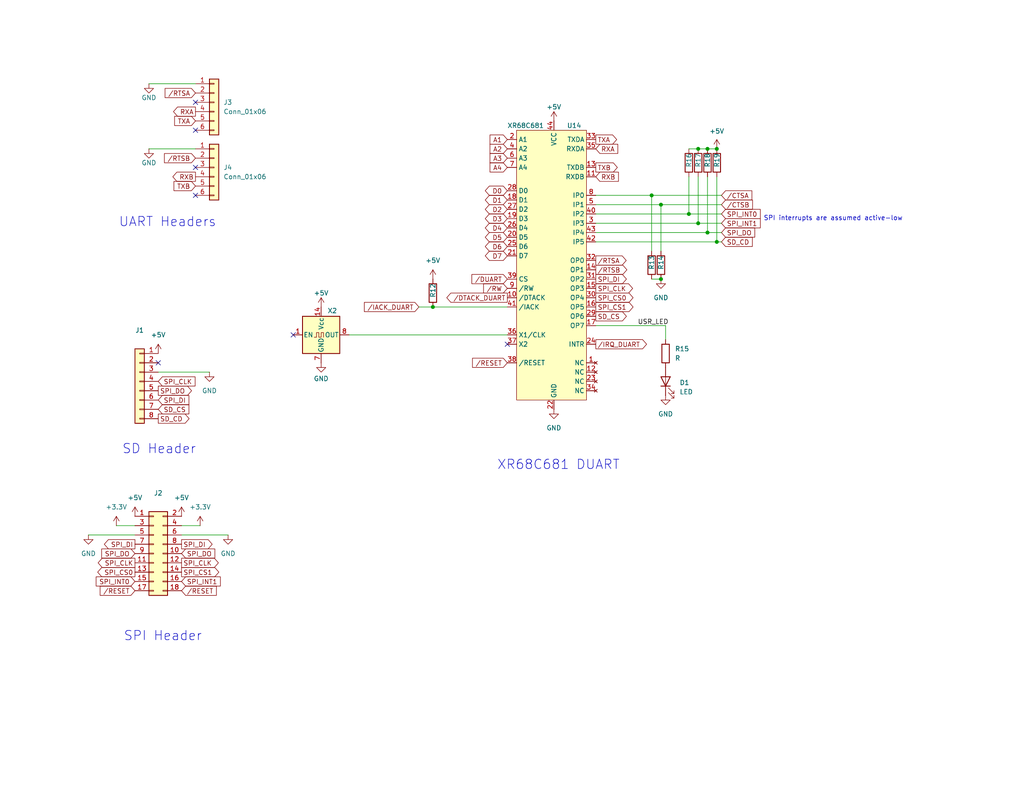
<source format=kicad_sch>
(kicad_sch (version 20231120) (generator "eeschema") (generator_version "8.0")
  (paper "A")
  (title_block (title "Mackerel-08 SBC v1") (date "2024-08-22") (rev "1.1") (company "Colin Maykish") (comment 1 "github.com/crmaykish/mackerel-68k"))
  (lib_symbols
    (symbol "Connector_Generic:Conn_01x06" (pin_names (offset 1.016) hide)
      (property "Reference" "J" (at 0 7.62 0))
      (property "Value" "Conn_01x06" (at 0 -10.16 0))
      (symbol "Conn_01x06_1_1"
        (rectangle (start -1.27 -7.493) (end 0 -7.747) (stroke (width 0.1524)))
        (rectangle (start -1.27 -4.953) (end 0 -5.207) (stroke (width 0.1524)))
        (rectangle (start -1.27 -2.413) (end 0 -2.667) (stroke (width 0.1524)))
        (rectangle (start -1.27 0.127) (end 0 -0.127) (stroke (width 0.1524)))
        (rectangle (start -1.27 2.667) (end 0 2.413) (stroke (width 0.1524)))
        (rectangle (start -1.27 5.207) (end 0 4.953) (stroke (width 0.1524)))
        (rectangle (start -1.27 6.35) (end 1.27 -8.89) (stroke (width 0.254)) (fill (type background)))
        (pin passive line (at -5.08 5.08 0) (length 3.81) (name "Pin_1") (number "1"))
        (pin passive line (at -5.08 2.54 0) (length 3.81) (name "Pin_2") (number "2"))
        (pin passive line (at -5.08 0 0) (length 3.81) (name "Pin_3") (number "3"))
        (pin passive line (at -5.08 -2.54 0) (length 3.81) (name "Pin_4") (number "4"))
        (pin passive line (at -5.08 -5.08 0) (length 3.81) (name "Pin_5") (number "5"))
        (pin passive line (at -5.08 -7.62 0) (length 3.81) (name "Pin_6") (number "6"))
      )
    )
    (symbol "Connector_Generic:Conn_01x08" (pin_names (offset 1.016) hide)
      (property "Reference" "J" (at 0 10.16 0))
      (property "Value" "Conn_01x08" (at 0 -12.7 0))
      (symbol "Conn_01x08_1_1"
        (rectangle (start -1.27 -10.033) (end 0 -10.287) (stroke (width 0.1524)))
        (rectangle (start -1.27 -7.493) (end 0 -7.747) (stroke (width 0.1524)))
        (rectangle (start -1.27 -4.953) (end 0 -5.207) (stroke (width 0.1524)))
        (rectangle (start -1.27 -2.413) (end 0 -2.667) (stroke (width 0.1524)))
        (rectangle (start -1.27 0.127) (end 0 -0.127) (stroke (width 0.1524)))
        (rectangle (start -1.27 2.667) (end 0 2.413) (stroke (width 0.1524)))
        (rectangle (start -1.27 5.207) (end 0 4.953) (stroke (width 0.1524)))
        (rectangle (start -1.27 7.747) (end 0 7.493) (stroke (width 0.1524)))
        (rectangle (start -1.27 8.89) (end 1.27 -11.43) (stroke (width 0.254)) (fill (type background)))
        (pin passive line (at -5.08 7.62 0) (length 3.81) (name "Pin_1") (number "1"))
        (pin passive line (at -5.08 5.08 0) (length 3.81) (name "Pin_2") (number "2"))
        (pin passive line (at -5.08 2.54 0) (length 3.81) (name "Pin_3") (number "3"))
        (pin passive line (at -5.08 0 0) (length 3.81) (name "Pin_4") (number "4"))
        (pin passive line (at -5.08 -2.54 0) (length 3.81) (name "Pin_5") (number "5"))
        (pin passive line (at -5.08 -5.08 0) (length 3.81) (name "Pin_6") (number "6"))
        (pin passive line (at -5.08 -7.62 0) (length 3.81) (name "Pin_7") (number "7"))
        (pin passive line (at -5.08 -10.16 0) (length 3.81) (name "Pin_8") (number "8"))
      )
    )
    (symbol "Connector_Generic:Conn_02x09_Odd_Even" (pin_names (offset 1.016) hide)
      (property "Reference" "J" (at 1.27 12.7 0))
      (property "Value" "Conn_02x09_Odd_Even" (at 1.27 -12.7 0))
      (symbol "Conn_02x09_Odd_Even_1_1"
        (rectangle (start -1.27 -10.033) (end 0 -10.287) (stroke (width 0.1524)))
        (rectangle (start -1.27 -7.493) (end 0 -7.747) (stroke (width 0.1524)))
        (rectangle (start -1.27 -4.953) (end 0 -5.207) (stroke (width 0.1524)))
        (rectangle (start -1.27 -2.413) (end 0 -2.667) (stroke (width 0.1524)))
        (rectangle (start -1.27 0.127) (end 0 -0.127) (stroke (width 0.1524)))
        (rectangle (start -1.27 2.667) (end 0 2.413) (stroke (width 0.1524)))
        (rectangle (start -1.27 5.207) (end 0 4.953) (stroke (width 0.1524)))
        (rectangle (start -1.27 7.747) (end 0 7.493) (stroke (width 0.1524)))
        (rectangle (start -1.27 10.287) (end 0 10.033) (stroke (width 0.1524)))
        (rectangle (start -1.27 11.43) (end 3.81 -11.43) (stroke (width 0.254)) (fill (type background)))
        (rectangle (start 3.81 -10.033) (end 2.54 -10.287) (stroke (width 0.1524)))
        (rectangle (start 3.81 -7.493) (end 2.54 -7.747) (stroke (width 0.1524)))
        (rectangle (start 3.81 -4.953) (end 2.54 -5.207) (stroke (width 0.1524)))
        (rectangle (start 3.81 -2.413) (end 2.54 -2.667) (stroke (width 0.1524)))
        (rectangle (start 3.81 0.127) (end 2.54 -0.127) (stroke (width 0.1524)))
        (rectangle (start 3.81 2.667) (end 2.54 2.413) (stroke (width 0.1524)))
        (rectangle (start 3.81 5.207) (end 2.54 4.953) (stroke (width 0.1524)))
        (rectangle (start 3.81 7.747) (end 2.54 7.493) (stroke (width 0.1524)))
        (rectangle (start 3.81 10.287) (end 2.54 10.033) (stroke (width 0.1524)))
        (pin passive line (at -5.08 10.16 0) (length 3.81) (name "Pin_1") (number "1"))
        (pin passive line (at 7.62 0 180) (length 3.81) (name "Pin_10") (number "10"))
        (pin passive line (at -5.08 -2.54 0) (length 3.81) (name "Pin_11") (number "11"))
        (pin passive line (at 7.62 -2.54 180) (length 3.81) (name "Pin_12") (number "12"))
        (pin passive line (at -5.08 -5.08 0) (length 3.81) (name "Pin_13") (number "13"))
        (pin passive line (at 7.62 -5.08 180) (length 3.81) (name "Pin_14") (number "14"))
        (pin passive line (at -5.08 -7.62 0) (length 3.81) (name "Pin_15") (number "15"))
        (pin passive line (at 7.62 -7.62 180) (length 3.81) (name "Pin_16") (number "16"))
        (pin passive line (at -5.08 -10.16 0) (length 3.81) (name "Pin_17") (number "17"))
        (pin passive line (at 7.62 -10.16 180) (length 3.81) (name "Pin_18") (number "18"))
        (pin passive line (at 7.62 10.16 180) (length 3.81) (name "Pin_2") (number "2"))
        (pin passive line (at -5.08 7.62 0) (length 3.81) (name "Pin_3") (number "3"))
        (pin passive line (at 7.62 7.62 180) (length 3.81) (name "Pin_4") (number "4"))
        (pin passive line (at -5.08 5.08 0) (length 3.81) (name "Pin_5") (number "5"))
        (pin passive line (at 7.62 5.08 180) (length 3.81) (name "Pin_6") (number "6"))
        (pin passive line (at -5.08 2.54 0) (length 3.81) (name "Pin_7") (number "7"))
        (pin passive line (at 7.62 2.54 180) (length 3.81) (name "Pin_8") (number "8"))
        (pin passive line (at -5.08 0 0) (length 3.81) (name "Pin_9") (number "9"))
      )
    )
    (symbol "Device:LED" (pin_numbers hide) (pin_names (offset 1.016) hide)
      (property "Reference" "D" (at 0 2.54 0))
      (property "Value" "LED" (at 0 -2.54 0))
      (symbol "LED_0_1"
        (polyline (pts (xy -1.27 -1.27) (xy -1.27 1.27)) (stroke (width 0.254)))
        (polyline (pts (xy -1.27 0) (xy 1.27 0)))
        (polyline (pts (xy 1.27 -1.27) (xy 1.27 1.27) (xy -1.27 0) (xy 1.27 -1.27)) (stroke (width 0.254)))
        (polyline (pts (xy -3.048 -0.762) (xy -4.572 -2.286) (xy -3.81 -2.286) (xy -4.572 -2.286) (xy -4.572 -1.524)))
        (polyline (pts (xy -1.778 -0.762) (xy -3.302 -2.286) (xy -2.54 -2.286) (xy -3.302 -2.286) (xy -3.302 -1.524)))
      )
      (symbol "LED_1_1"
        (pin passive line (at -3.81 0 0) (length 2.54) (name "K") (number "1"))
        (pin passive line (at 3.81 0 180) (length 2.54) (name "A") (number "2"))
      )
    )
    (symbol "Device:R" (pin_numbers hide) (pin_names (offset 0))
      (property "Reference" "R" (at 2.032 0 90))
      (property "Value" "R" (at 0 0 90))
      (symbol "R_0_1"
        (rectangle (start -1.016 -2.54) (end 1.016 2.54) (stroke (width 0.254)))
      )
      (symbol "R_1_1"
        (pin passive line (at 0 3.81 270) (length 1.27) (name "~") (number "1"))
        (pin passive line (at 0 -3.81 90) (length 1.27) (name "~") (number "2"))
      )
    )
    (symbol "Oscillator:CXO_DIP14" (pin_names (offset 0.254))
      (property "Reference" "X" (at -5.08 6.35 0))
      (property "Value" "CXO_DIP14" (at 1.27 -6.35 0))
      (symbol "CXO_DIP14_0_1"
        (rectangle (start -5.08 5.08) (end 5.08 -5.08) (stroke (width 0.254)) (fill (type background)))
        (polyline (pts (xy -1.905 -0.635) (xy -1.27 -0.635) (xy -1.27 0.635) (xy -0.635 0.635) (xy -0.635 -0.635) (xy 0 -0.635) (xy 0 0.635) (xy 0.635 0.635) (xy 0.635 -0.635)))
      )
      (symbol "CXO_DIP14_1_1"
        (pin input line (at -7.62 0 0) (length 2.54) (name "EN") (number "1"))
        (pin power_in line (at 0 7.62 270) (length 2.54) (name "Vcc") (number "14"))
        (pin power_in line (at 0 -7.62 90) (length 2.54) (name "GND") (number "7"))
        (pin output line (at 7.62 0 180) (length 2.54) (name "OUT") (number "8"))
      )
    )
    (symbol "mackerel-68k-symbols:XR68C681"
      (property "Reference" "U" (at 6.35 33.02 0))
      (property "Value" "XR68C681" (at 0 0 0))
      (symbol "XR68C681_0_1"
        (rectangle (start -10.16 31.75) (end 8.89 -41.91) (fill (type background)))
      )
      (symbol "XR68C681_1_1"
        (pin no_connect line (at 11.43 -31.75 180) (length 2.54) (name "NC") (number "1"))
        (pin output line (at -12.7 -13.97 0) (length 2.54) (name "/DTACK") (number "10"))
        (pin output line (at 11.43 19.05 180) (length 2.54) (name "RXDB") (number "11"))
        (pin no_connect line (at 11.43 -34.29 180) (length 2.54) (name "NC") (number "12"))
        (pin input line (at 11.43 21.59 180) (length 2.54) (name "TXDB") (number "13"))
        (pin output line (at 11.43 -6.35 180) (length 2.54) (name "OP1") (number "14"))
        (pin output line (at 11.43 -11.43 180) (length 2.54) (name "OP3") (number "15"))
        (pin output line (at 11.43 -16.51 180) (length 2.54) (name "OP5") (number "16"))
        (pin output line (at 11.43 -21.59 180) (length 2.54) (name "OP7") (number "17"))
        (pin bidirectional line (at -12.7 12.7 0) (length 2.54) (name "D1") (number "18"))
        (pin bidirectional line (at -12.7 7.62 0) (length 2.54) (name "D3") (number "19"))
        (pin input line (at -12.7 29.21 0) (length 2.54) (name "A1") (number "2"))
        (pin bidirectional line (at -12.7 2.54 0) (length 2.54) (name "D5") (number "20"))
        (pin bidirectional line (at -12.7 -2.54 0) (length 2.54) (name "D7") (number "21"))
        (pin power_in line (at 0 -44.45 90) (length 2.54) (name "GND") (number "22"))
        (pin no_connect line (at 11.43 -36.83 180) (length 2.54) (name "NC") (number "23"))
        (pin output line (at 11.43 -26.67 180) (length 2.54) (name "INTR") (number "24"))
        (pin bidirectional line (at -12.7 0 0) (length 2.54) (name "D6") (number "25"))
        (pin bidirectional line (at -12.7 5.08 0) (length 2.54) (name "D4") (number "26"))
        (pin bidirectional line (at -12.7 10.16 0) (length 2.54) (name "D2") (number "27"))
        (pin bidirectional line (at -12.7 15.24 0) (length 2.54) (name "D0") (number "28"))
        (pin output line (at 11.43 -19.05 180) (length 2.54) (name "OP6") (number "29"))
        (pin input line (at 11.43 6.35 180) (length 2.54) (name "IP3") (number "3"))
        (pin output line (at 11.43 -13.97 180) (length 2.54) (name "OP4") (number "30"))
        (pin output line (at 11.43 -8.89 180) (length 2.54) (name "OP2") (number "31"))
        (pin output line (at 11.43 -3.81 180) (length 2.54) (name "OP0") (number "32"))
        (pin input line (at 11.43 29.21 180) (length 2.54) (name "TXDA") (number "33"))
        (pin no_connect line (at 11.43 -39.37 180) (length 2.54) (name "NC") (number "34"))
        (pin output line (at 11.43 26.67 180) (length 2.54) (name "RXDA") (number "35"))
        (pin input line (at -12.7 -24.13 0) (length 2.54) (name "X1/CLK") (number "36"))
        (pin input line (at -12.7 -26.67 0) (length 2.54) (name "X2") (number "37"))
        (pin input line (at -12.7 -31.75 0) (length 2.54) (name "/RESET") (number "38"))
        (pin input line (at -12.7 -8.89 0) (length 2.54) (name "CS") (number "39"))
        (pin input line (at -12.7 26.67 0) (length 2.54) (name "A2") (number "4"))
        (pin input line (at 11.43 8.89 180) (length 2.54) (name "IP2") (number "40"))
        (pin input line (at -12.7 -16.51 0) (length 2.54) (name "/IACK") (number "41"))
        (pin input line (at 11.43 1.27 180) (length 2.54) (name "IP5") (number "42"))
        (pin input line (at 11.43 3.81 180) (length 2.54) (name "IP4") (number "43"))
        (pin power_in line (at 0 34.29 270) (length 2.54) (name "VCC") (number "44"))
        (pin input line (at 11.43 11.43 180) (length 2.54) (name "IP1") (number "5"))
        (pin input line (at -12.7 24.13 0) (length 2.54) (name "A3") (number "6"))
        (pin input line (at -12.7 21.59 0) (length 2.54) (name "A4") (number "7"))
        (pin input line (at 11.43 13.97 180) (length 2.54) (name "IP0") (number "8"))
        (pin input line (at -12.7 -11.43 0) (length 2.54) (name "/RW") (number "9"))
      )
    )
    (symbol "power:+3.3V" (power) (pin_numbers hide) (pin_names (offset 0) hide)
      (property "Value" "+3.3V" (at 0 3.556 0))
      (symbol "+3.3V_0_1"
        (polyline (pts (xy -0.762 1.27) (xy 0 2.54)))
        (polyline (pts (xy 0 0) (xy 0 2.54)))
        (polyline (pts (xy 0 2.54) (xy 0.762 1.27)))
      )
      (symbol "+3.3V_1_1"
        (pin power_in line (at 0 0 90) (length 0) (name "~") (number "1"))
      )
    )
    (symbol "power:+5V" (power) (pin_numbers hide) (pin_names (offset 0) hide)
      (property "Value" "+5V" (at 0 3.556 0))
      (symbol "+5V_0_1"
        (polyline (pts (xy -0.762 1.27) (xy 0 2.54)))
        (polyline (pts (xy 0 0) (xy 0 2.54)))
        (polyline (pts (xy 0 2.54) (xy 0.762 1.27)))
      )
      (symbol "+5V_1_1"
        (pin power_in line (at 0 0 90) (length 0) (name "~") (number "1"))
      )
    )
    (symbol "power:GND" (power) (pin_numbers hide) (pin_names (offset 0) hide)
      (property "Value" "GND" (at 0 -3.81 0))
      (symbol "GND_0_1"
        (polyline (pts (xy 0 0) (xy 0 -1.27) (xy 1.27 -1.27) (xy 0 -2.54) (xy -1.27 -1.27) (xy 0 -1.27)))
      )
      (symbol "GND_1_1"
        (pin power_in line (at 0 0 270) (length 0) (name "~") (number "1"))
      )
    )
  )
  (junction (at 193.04 40.64))
  (junction (at 187.96 58.42))
  (junction (at 195.58 66.04))
  (junction (at 118.11 83.82))
  (junction (at 180.34 55.88))
  (junction (at 180.34 76.2))
  (junction (at 190.5 40.64))
  (junction (at 190.5 60.96))
  (junction (at 195.58 40.64))
  (junction (at 177.8 53.34))
  (junction (at 193.04 63.5))
  (no_connect (at 43.18 99.06))
  (no_connect (at 53.34 53.34))
  (no_connect (at 53.34 45.72))
  (no_connect (at 138.43 93.98))
  (no_connect (at 80.01 91.44))
  (no_connect (at 53.34 35.56))
  (no_connect (at 53.34 27.94))
  (wire (pts (xy 195.58 66.04) (xy 195.58 48.26)))
  (wire (pts (xy 49.53 146.05) (xy 62.23 146.05)))
  (wire (pts (xy 193.04 63.5) (xy 196.85 63.5)))
  (wire (pts (xy 195.58 40.64) (xy 193.04 40.64)))
  (wire (pts (xy 193.04 63.5) (xy 193.04 48.26)))
  (wire (pts (xy 196.85 58.42) (xy 187.96 58.42)))
  (wire (pts (xy 195.58 66.04) (xy 196.85 66.04)))
  (wire (pts (xy 95.25 91.44) (xy 138.43 91.44)))
  (wire (pts (xy 40.64 40.64) (xy 53.34 40.64)))
  (wire (pts (xy 54.61 143.51) (xy 49.53 143.51)))
  (wire (pts (xy 187.96 40.64) (xy 190.5 40.64)))
  (wire (pts (xy 190.5 60.96) (xy 162.56 60.96)))
  (wire (pts (xy 190.5 40.64) (xy 193.04 40.64)))
  (wire (pts (xy 181.61 88.9) (xy 181.61 92.71)))
  (wire (pts (xy 177.8 53.34) (xy 162.56 53.34)))
  (wire (pts (xy 24.13 146.05) (xy 36.83 146.05)))
  (wire (pts (xy 57.15 101.6) (xy 43.18 101.6)))
  (wire (pts (xy 190.5 48.26) (xy 190.5 60.96)))
  (wire (pts (xy 187.96 58.42) (xy 162.56 58.42)))
  (wire (pts (xy 40.64 22.86) (xy 53.34 22.86)))
  (wire (pts (xy 180.34 55.88) (xy 180.34 68.58)))
  (wire (pts (xy 177.8 76.2) (xy 180.34 76.2)))
  (wire (pts (xy 196.85 53.34) (xy 177.8 53.34)))
  (wire (pts (xy 162.56 66.04) (xy 195.58 66.04)))
  (wire (pts (xy 196.85 60.96) (xy 190.5 60.96)))
  (wire (pts (xy 114.3 83.82) (xy 118.11 83.82)))
  (wire (pts (xy 180.34 55.88) (xy 162.56 55.88)))
  (wire (pts (xy 162.56 88.9) (xy 181.61 88.9)))
  (wire (pts (xy 196.85 55.88) (xy 180.34 55.88)))
  (wire (pts (xy 187.96 48.26) (xy 187.96 58.42)))
  (wire (pts (xy 118.11 83.82) (xy 138.43 83.82)))
  (wire (pts (xy 177.8 53.34) (xy 177.8 68.58)))
  (wire (pts (xy 31.75 143.51) (xy 36.83 143.51)))
  (wire (pts (xy 162.56 63.5) (xy 193.04 63.5)))
  (text "SPI interrupts are assumed active-low" (at 227.33 59.69 0) (effects (font (size 1.27 1.27))))
  (text "XR68C681 DUART" (at 152.4 127 0) (effects (font (size 2.54 2.54))))
  (text "SPI Header" (at 44.45 173.736 0) (effects (font (size 2.54 2.54))))
  (text "UART Headers" (at 45.72 60.706 0) (effects (font (size 2.54 2.54))))
  (text "SD Header" (at 43.434 122.682 0) (effects (font (size 2.54 2.54))))
  (label "USR_LED" (at 173.99 88.9 0))
  (global_label "{slash}RTSA" (shape input) (at 53.34 25.4 180) (property "Intersheetrefs" "${INTERSHEET_REFS}" (effects (hide yes))))
  (global_label "D7" (shape bidirectional) (at 138.43 69.85 180) (property "Intersheetrefs" "${INTERSHEET_REFS}" (effects (hide yes))))
  (global_label "D6" (shape bidirectional) (at 138.43 67.31 180) (property "Intersheetrefs" "${INTERSHEET_REFS}" (effects (hide yes))))
  (global_label "RXB" (shape input) (at 162.56 48.26 0) (property "Intersheetrefs" "${INTERSHEET_REFS}" (effects (hide yes))))
  (global_label "SD_CD" (shape output) (at 43.18 114.3 0) (property "Intersheetrefs" "${INTERSHEET_REFS}" (effects (hide yes))))
  (global_label "SPI_CS0" (shape output) (at 36.83 156.21 180) (property "Intersheetrefs" "${INTERSHEET_REFS}" (effects (hide yes))))
  (global_label "D0" (shape bidirectional) (at 138.43 52.07 180) (property "Intersheetrefs" "${INTERSHEET_REFS}" (effects (hide yes))))
  (global_label "SPI_CS0" (shape output) (at 162.56 81.28 0) (property "Intersheetrefs" "${INTERSHEET_REFS}" (effects (hide yes))))
  (global_label "{slash}CTSA" (shape input) (at 196.85 53.34 0) (property "Intersheetrefs" "${INTERSHEET_REFS}" (effects (hide yes))))
  (global_label "{slash}IRQ_DUART" (shape output) (at 162.56 93.98 0) (property "Intersheetrefs" "${INTERSHEET_REFS}" (effects (hide yes))))
  (global_label "SD_CS" (shape input) (at 43.18 111.76 0) (property "Intersheetrefs" "${INTERSHEET_REFS}" (effects (hide yes))))
  (global_label "SPI_CLK" (shape output) (at 162.56 78.74 0) (property "Intersheetrefs" "${INTERSHEET_REFS}" (effects (hide yes))))
  (global_label "A2" (shape input) (at 138.43 40.64 180) (property "Intersheetrefs" "${INTERSHEET_REFS}" (effects (hide yes))))
  (global_label "{slash}RTSB" (shape output) (at 162.56 73.66 0) (property "Intersheetrefs" "${INTERSHEET_REFS}" (effects (hide yes))))
  (global_label "RXB" (shape output) (at 53.34 48.26 180) (property "Intersheetrefs" "${INTERSHEET_REFS}" (effects (hide yes))))
  (global_label "A4" (shape input) (at 138.43 45.72 180) (property "Intersheetrefs" "${INTERSHEET_REFS}" (effects (hide yes))))
  (global_label "{slash}DUART" (shape input) (at 138.43 76.2 180) (property "Intersheetrefs" "${INTERSHEET_REFS}" (effects (hide yes))))
  (global_label "{slash}RTSA" (shape output) (at 162.56 71.12 0) (property "Intersheetrefs" "${INTERSHEET_REFS}" (effects (hide yes))))
  (global_label "SPI_DO" (shape input) (at 196.85 63.5 0) (property "Intersheetrefs" "${INTERSHEET_REFS}" (effects (hide yes))))
  (global_label "TXB" (shape input) (at 53.34 50.8 180) (property "Intersheetrefs" "${INTERSHEET_REFS}" (effects (hide yes))))
  (global_label "SPI_INT1" (shape input) (at 196.85 60.96 0) (property "Intersheetrefs" "${INTERSHEET_REFS}" (effects (hide yes))))
  (global_label "SPI_CLK" (shape input) (at 43.18 104.14 0) (property "Intersheetrefs" "${INTERSHEET_REFS}" (effects (hide yes))))
  (global_label "{slash}DTACK_DUART" (shape output) (at 138.43 81.28 180) (property "Intersheetrefs" "${INTERSHEET_REFS}" (effects (hide yes))))
  (global_label "SPI_CLK" (shape output) (at 36.83 153.67 180) (property "Intersheetrefs" "${INTERSHEET_REFS}" (effects (hide yes))))
  (global_label "SPI_INT1" (shape input) (at 49.53 158.75 0) (property "Intersheetrefs" "${INTERSHEET_REFS}" (effects (hide yes))))
  (global_label "{slash}RESET" (shape input) (at 138.43 99.06 180) (property "Intersheetrefs" "${INTERSHEET_REFS}" (effects (hide yes))))
  (global_label "{slash}IACK_DUART" (shape input) (at 114.3 83.82 180) (property "Intersheetrefs" "${INTERSHEET_REFS}" (effects (hide yes))))
  (global_label "SPI_DI" (shape input) (at 43.18 109.22 0) (property "Intersheetrefs" "${INTERSHEET_REFS}" (effects (hide yes))))
  (global_label "SPI_CS1" (shape output) (at 49.53 156.21 0) (property "Intersheetrefs" "${INTERSHEET_REFS}" (effects (hide yes))))
  (global_label "SPI_INT0" (shape input) (at 196.85 58.42 0) (property "Intersheetrefs" "${INTERSHEET_REFS}" (effects (hide yes))))
  (global_label "D5" (shape bidirectional) (at 138.43 64.77 180) (property "Intersheetrefs" "${INTERSHEET_REFS}" (effects (hide yes))))
  (global_label "SD_CS" (shape output) (at 162.56 86.36 0) (property "Intersheetrefs" "${INTERSHEET_REFS}" (effects (hide yes))))
  (global_label "TXA" (shape input) (at 53.34 33.02 180) (property "Intersheetrefs" "${INTERSHEET_REFS}" (effects (hide yes))))
  (global_label "{slash}RW" (shape input) (at 138.43 78.74 180) (property "Intersheetrefs" "${INTERSHEET_REFS}" (effects (hide yes))))
  (global_label "SD_CD" (shape input) (at 196.85 66.04 0) (property "Intersheetrefs" "${INTERSHEET_REFS}" (effects (hide yes))))
  (global_label "SPI_DI" (shape output) (at 162.56 76.2 0) (property "Intersheetrefs" "${INTERSHEET_REFS}" (effects (hide yes))))
  (global_label "TXB" (shape output) (at 162.56 45.72 0) (property "Intersheetrefs" "${INTERSHEET_REFS}" (effects (hide yes))))
  (global_label "SPI_INT0" (shape input) (at 36.83 158.75 180) (property "Intersheetrefs" "${INTERSHEET_REFS}" (effects (hide yes))))
  (global_label "SPI_DI" (shape output) (at 36.83 148.59 180) (property "Intersheetrefs" "${INTERSHEET_REFS}" (effects (hide yes))))
  (global_label "{slash}RESET" (shape input) (at 49.53 161.29 0) (property "Intersheetrefs" "${INTERSHEET_REFS}" (effects (hide yes))))
  (global_label "SPI_DO" (shape input) (at 49.53 151.13 0) (property "Intersheetrefs" "${INTERSHEET_REFS}" (effects (hide yes))))
  (global_label "RXA" (shape input) (at 162.56 40.64 0) (property "Intersheetrefs" "${INTERSHEET_REFS}" (effects (hide yes))))
  (global_label "{slash}CTSB" (shape input) (at 196.85 55.88 0) (property "Intersheetrefs" "${INTERSHEET_REFS}" (effects (hide yes))))
  (global_label "{slash}RESET" (shape input) (at 36.83 161.29 180) (property "Intersheetrefs" "${INTERSHEET_REFS}" (effects (hide yes))))
  (global_label "D1" (shape bidirectional) (at 138.43 54.61 180) (property "Intersheetrefs" "${INTERSHEET_REFS}" (effects (hide yes))))
  (global_label "SPI_DO" (shape input) (at 36.83 151.13 180) (property "Intersheetrefs" "${INTERSHEET_REFS}" (effects (hide yes))))
  (global_label "A3" (shape input) (at 138.43 43.18 180) (property "Intersheetrefs" "${INTERSHEET_REFS}" (effects (hide yes))))
  (global_label "D3" (shape bidirectional) (at 138.43 59.69 180) (property "Intersheetrefs" "${INTERSHEET_REFS}" (effects (hide yes))))
  (global_label "A1" (shape input) (at 138.43 38.1 180) (property "Intersheetrefs" "${INTERSHEET_REFS}" (effects (hide yes))))
  (global_label "SPI_DO" (shape output) (at 43.18 106.68 0) (property "Intersheetrefs" "${INTERSHEET_REFS}" (effects (hide yes))))
  (global_label "SPI_CS1" (shape output) (at 162.56 83.82 0) (property "Intersheetrefs" "${INTERSHEET_REFS}" (effects (hide yes))))
  (global_label "RXA" (shape output) (at 53.34 30.48 180) (property "Intersheetrefs" "${INTERSHEET_REFS}" (effects (hide yes))))
  (global_label "TXA" (shape output) (at 162.56 38.1 0) (property "Intersheetrefs" "${INTERSHEET_REFS}" (effects (hide yes))))
  (global_label "SPI_DI" (shape output) (at 49.53 148.59 0) (property "Intersheetrefs" "${INTERSHEET_REFS}" (effects (hide yes))))
  (global_label "D4" (shape bidirectional) (at 138.43 62.23 180) (property "Intersheetrefs" "${INTERSHEET_REFS}" (effects (hide yes))))
  (global_label "{slash}RTSB" (shape input) (at 53.34 43.18 180) (property "Intersheetrefs" "${INTERSHEET_REFS}" (effects (hide yes))))
  (global_label "D2" (shape bidirectional) (at 138.43 57.15 180) (property "Intersheetrefs" "${INTERSHEET_REFS}" (effects (hide yes))))
  (global_label "SPI_CLK" (shape output) (at 49.53 153.67 0) (property "Intersheetrefs" "${INTERSHEET_REFS}" (effects (hide yes))))
  (symbol (lib_id "Device:R") (at 118.11 80.01 180) (unit 1)
    (property "Reference" "R12" (at 118.11 81.28 90) (effects (justify right)))
    (property "Value" "R" (effects (hide yes)))
    (property "Footprint" "Resistor_SMD:R_1206_3216Metric_Pad1.30x1.75mm_HandSolder" (effects (hide yes)))
    (property "Description" "Resistor" (effects (hide yes)))
  )
  (symbol (lib_id "power:+5V") (at 43.18 96.52 0) (unit 1)
    (property "Reference" "#PWR038" (effects (hide yes)))
    (property "Value" "+5V" (at 43.18 91.44 0))
    (property "Description" "Power symbol creates a global label with name \"+5V\"" (effects (hide yes)))
  )
  (symbol (lib_id "power:GND") (at 151.13 111.76 0) (unit 1)
    (property "Reference" "#PWR046" (effects (hide yes)))
    (property "Value" "GND" (at 151.13 116.84 0))
    (property "Description" "Power symbol creates a global label with name \"GND\" , ground" (effects (hide yes)))
  )
  (symbol (lib_id "power:GND") (at 180.34 76.2 0) (unit 1)
    (property "Reference" "#PWR047" (effects (hide yes)))
    (property "Value" "GND" (at 180.34 81.28 0))
    (property "Description" "Power symbol creates a global label with name \"GND\" , ground" (effects (hide yes)))
  )
  (symbol (lib_id "mackerel-68k-symbols:XR68C681") (at 151.13 67.31 0) (unit 1)
    (property "Reference" "U14" (at 154.686 34.29 0) (effects (justify left)))
    (property "Value" "XR68C681" (at 138.43 34.29 0) (effects (justify left)))
    (property "Footprint" "Package_LCC:PLCC-44_THT-Socket" (effects (hide yes)))
  )
  (symbol (lib_id "Device:R") (at 190.5 44.45 180) (unit 1)
    (property "Reference" "R17" (at 190.5 45.72 90) (effects (justify right)))
    (property "Value" "R" (effects (hide yes)))
    (property "Footprint" "Resistor_SMD:R_1206_3216Metric_Pad1.30x1.75mm_HandSolder" (effects (hide yes)))
    (property "Description" "Resistor" (effects (hide yes)))
  )
  (symbol (lib_id "Device:LED") (at 181.61 104.14 90) (unit 1)
    (property "Reference" "D1" (at 185.42 104.4574 90) (effects (justify right)))
    (property "Value" "LED" (at 185.42 106.9974 90) (effects (justify right)))
    (property "Footprint" "LED_THT:LED_D5.0mm" (effects (hide yes)))
    (property "Description" "Light emitting diode" (effects (hide yes)))
  )
  (symbol (lib_id "power:GND") (at 24.13 146.05 0) (unit 1)
    (property "Reference" "#PWR034" (effects (hide yes)))
    (property "Value" "GND" (at 24.13 151.13 0))
    (property "Description" "Power symbol creates a global label with name \"GND\" , ground" (effects (hide yes)))
  )
  (symbol (lib_id "Device:R") (at 193.04 44.45 180) (unit 1)
    (property "Reference" "R18" (at 193.04 45.72 90) (effects (justify right)))
    (property "Value" "R" (effects (hide yes)))
    (property "Footprint" "Resistor_SMD:R_1206_3216Metric_Pad1.30x1.75mm_HandSolder" (effects (hide yes)))
    (property "Description" "Resistor" (effects (hide yes)))
  )
  (symbol (lib_id "Connector_Generic:Conn_02x09_Odd_Even") (at 41.91 151.13 0) (unit 1)
    (property "Reference" "J2" (at 43.18 134.62 0))
    (property "Value" "Conn_02x09_Odd_Even" (effects (hide yes)))
    (property "Footprint" "Connector_PinHeader_2.54mm:PinHeader_2x09_P2.54mm_Vertical" (effects (hide yes)))
    (property "Description" "Generic connector, double row, 02x09, odd/even pin numbering scheme (row 1 odd numbers, row 2 even numbers), script generated (kicad-library-utils/schlib/autogen/connector/)" (effects (hide yes)))
  )
  (symbol (lib_id "Connector_Generic:Conn_01x06") (at 58.42 45.72 0) (unit 1)
    (property "Reference" "J4" (at 60.96 45.7199 0) (effects (justify left)))
    (property "Value" "Conn_01x06" (at 60.96 48.2599 0) (effects (justify left)))
    (property "Footprint" "Connector_PinSocket_2.54mm:PinSocket_1x06_P2.54mm_Horizontal" (effects (hide yes)))
    (property "Description" "Generic connector, single row, 01x06, script generated (kicad-library-utils/schlib/autogen/connector/)" (effects (hide yes)))
  )
  (symbol (lib_id "power:+5V") (at 151.13 33.02 0) (unit 1)
    (property "Reference" "#PWR045" (effects (hide yes)))
    (property "Value" "+5V" (at 151.13 29.21 0))
    (property "Description" "Power symbol creates a global label with name \"+5V\"" (effects (hide yes)))
  )
  (symbol (lib_id "power:GND") (at 181.61 107.95 0) (unit 1)
    (property "Reference" "#PWR048" (effects (hide yes)))
    (property "Value" "GND" (at 181.61 113.03 0))
    (property "Description" "Power symbol creates a global label with name \"GND\" , ground" (effects (hide yes)))
  )
  (symbol (lib_id "Device:R") (at 177.8 72.39 180) (unit 1)
    (property "Reference" "R13" (at 177.8 73.66 90) (effects (justify right)))
    (property "Value" "R" (effects (hide yes)))
    (property "Footprint" "Resistor_SMD:R_1206_3216Metric_Pad1.30x1.75mm_HandSolder" (effects (hide yes)))
    (property "Description" "Resistor" (effects (hide yes)))
  )
  (symbol (lib_id "power:GND") (at 62.23 146.05 0) (unit 1)
    (property "Reference" "#PWR041" (effects (hide yes)))
    (property "Value" "GND" (at 62.23 151.13 0))
    (property "Description" "Power symbol creates a global label with name \"GND\" , ground" (effects (hide yes)))
  )
  (symbol (lib_id "power:GND") (at 87.63 99.06 0) (unit 1)
    (property "Reference" "#PWR043" (effects (hide yes)))
    (property "Value" "GND" (at 87.63 103.378 0))
    (property "Description" "Power symbol creates a global label with name \"GND\" , ground" (effects (hide yes)))
  )
  (symbol (lib_id "Device:R") (at 180.34 72.39 180) (unit 1)
    (property "Reference" "R14" (at 180.34 73.66 90) (effects (justify right)))
    (property "Value" "R" (effects (hide yes)))
    (property "Footprint" "Resistor_SMD:R_1206_3216Metric_Pad1.30x1.75mm_HandSolder" (effects (hide yes)))
    (property "Description" "Resistor" (effects (hide yes)))
  )
  (symbol (lib_id "power:GND") (at 40.64 40.64 0) (unit 1)
    (property "Reference" "#PWR036" (effects (hide yes)))
    (property "Value" "GND" (at 40.64 44.45 0))
    (property "Description" "Power symbol creates a global label with name \"GND\" , ground" (effects (hide yes)))
  )
  (symbol (lib_id "Device:R") (at 195.58 44.45 180) (unit 1)
    (property "Reference" "R19" (at 195.58 45.72 90) (effects (justify right)))
    (property "Value" "R" (effects (hide yes)))
    (property "Footprint" "Resistor_SMD:R_1206_3216Metric_Pad1.30x1.75mm_HandSolder" (effects (hide yes)))
    (property "Description" "Resistor" (effects (hide yes)))
  )
  (symbol (lib_id "Device:R") (at 187.96 44.45 180) (unit 1)
    (property "Reference" "R16" (at 187.96 45.72 90) (effects (justify right)))
    (property "Value" "R" (effects (hide yes)))
    (property "Footprint" "Resistor_SMD:R_1206_3216Metric_Pad1.30x1.75mm_HandSolder" (effects (hide yes)))
    (property "Description" "Resistor" (effects (hide yes)))
  )
  (symbol (lib_id "power:+5V") (at 87.63 83.82 0) (unit 1)
    (property "Reference" "#PWR042" (effects (hide yes)))
    (property "Value" "+5V" (at 87.63 80.01 0))
    (property "Description" "Power symbol creates a global label with name \"+5V\"" (effects (hide yes)))
  )
  (symbol (lib_id "power:+5V") (at 36.83 140.97 0) (unit 1)
    (property "Reference" "#PWR037" (effects (hide yes)))
    (property "Value" "+5V" (at 36.83 135.89 0))
    (property "Description" "Power symbol creates a global label with name \"+5V\"" (effects (hide yes)))
  )
  (symbol (lib_id "Device:R") (at 181.61 96.52 0) (unit 1)
    (property "Reference" "R15" (at 184.15 95.2499 0) (effects (justify left)))
    (property "Value" "R" (at 184.15 97.7899 0) (effects (justify left)))
    (property "Footprint" "Resistor_SMD:R_1206_3216Metric_Pad1.30x1.75mm_HandSolder" (effects (hide yes)))
    (property "Description" "Resistor" (effects (hide yes)))
  )
  (symbol (lib_id "Connector_Generic:Conn_01x08") (at 38.1 104.14 0) (mirror y) (unit 1)
    (property "Reference" "J1" (at 38.1 90.17 0))
    (property "Value" "Conn_01x08" (effects (hide yes)))
    (property "Footprint" "Connector_PinSocket_2.54mm:PinSocket_1x08_P2.54mm_Vertical" (effects (hide yes)))
    (property "Description" "Generic connector, single row, 01x08, script generated (kicad-library-utils/schlib/autogen/connector/)" (effects (hide yes)))
  )
  (symbol (lib_id "power:GND") (at 57.15 101.6 0) (unit 1)
    (property "Reference" "#PWR040" (effects (hide yes)))
    (property "Value" "GND" (at 57.15 106.68 0))
    (property "Description" "Power symbol creates a global label with name \"GND\" , ground" (effects (hide yes)))
  )
  (symbol (lib_id "power:+5V") (at 195.58 40.64 0) (unit 1)
    (property "Reference" "#PWR049" (effects (hide yes)))
    (property "Value" "+5V" (at 195.58 35.814 0))
    (property "Description" "Power symbol creates a global label with name \"+5V\"" (effects (hide yes)))
  )
  (symbol (lib_id "Oscillator:CXO_DIP14") (at 87.63 91.44 0) (unit 1)
    (property "Reference" "X2" (at 90.678 84.836 0))
    (property "Value" "CXO_DIP14" (effects (hide yes)))
    (property "Footprint" "Oscillator:Oscillator_DIP-14" (effects (hide yes)))
    (property "Datasheet" "http://cdn-reichelt.de/documents/datenblatt/B400/OSZI.pdf" (effects (hide yes)))
    (property "Description" "Crystal Clock Oscillator, DIP14-style metal package" (effects (hide yes)))
  )
  (symbol (lib_id "power:+3.3V") (at 54.61 143.51 0) (unit 1)
    (property "Reference" "#PWR084" (effects (hide yes)))
    (property "Value" "+3.3V" (at 54.61 138.43 0))
    (property "Description" "Power symbol creates a global label with name \"+3.3V\"" (effects (hide yes)))
  )
  (symbol (lib_id "power:+3.3V") (at 31.75 143.51 0) (unit 1)
    (property "Reference" "#PWR083" (effects (hide yes)))
    (property "Value" "+3.3V" (at 31.75 138.43 0))
    (property "Description" "Power symbol creates a global label with name \"+3.3V\"" (effects (hide yes)))
  )
  (symbol (lib_id "power:+5V") (at 118.11 76.2 0) (unit 1)
    (property "Reference" "#PWR044" (effects (hide yes)))
    (property "Value" "+5V" (at 118.11 71.12 0))
    (property "Description" "Power symbol creates a global label with name \"+5V\"" (effects (hide yes)))
  )
  (symbol (lib_id "Connector_Generic:Conn_01x06") (at 58.42 27.94 0) (unit 1)
    (property "Reference" "J3" (at 60.96 27.9399 0) (effects (justify left)))
    (property "Value" "Conn_01x06" (at 60.96 30.4799 0) (effects (justify left)))
    (property "Footprint" "Connector_PinSocket_2.54mm:PinSocket_1x06_P2.54mm_Horizontal" (effects (hide yes)))
    (property "Description" "Generic connector, single row, 01x06, script generated (kicad-library-utils/schlib/autogen/connector/)" (effects (hide yes)))
  )
  (symbol (lib_id "power:+5V") (at 49.53 140.97 0) (unit 1)
    (property "Reference" "#PWR039" (effects (hide yes)))
    (property "Value" "+5V" (at 49.53 135.89 0))
    (property "Description" "Power symbol creates a global label with name \"+5V\"" (effects (hide yes)))
  )
  (symbol (lib_id "power:GND") (at 40.64 22.86 0) (unit 1)
    (property "Reference" "#PWR035" (effects (hide yes)))
    (property "Value" "GND" (at 40.64 26.67 0))
    (property "Description" "Power symbol creates a global label with name \"GND\" , ground" (effects (hide yes)))
  )
)
</source>
